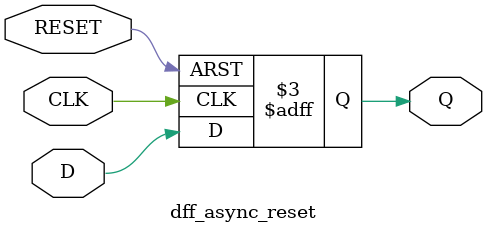
<source format=v>
module dff_async_reset (
    input D,
    input CLK,
    input RESET,
    output reg Q
);

always @(posedge CLK, posedge RESET) begin
    if (RESET == 1'b1) begin
        Q <= 1'b0;
    end else begin
        Q <= D;
    end
end

endmodule
</source>
